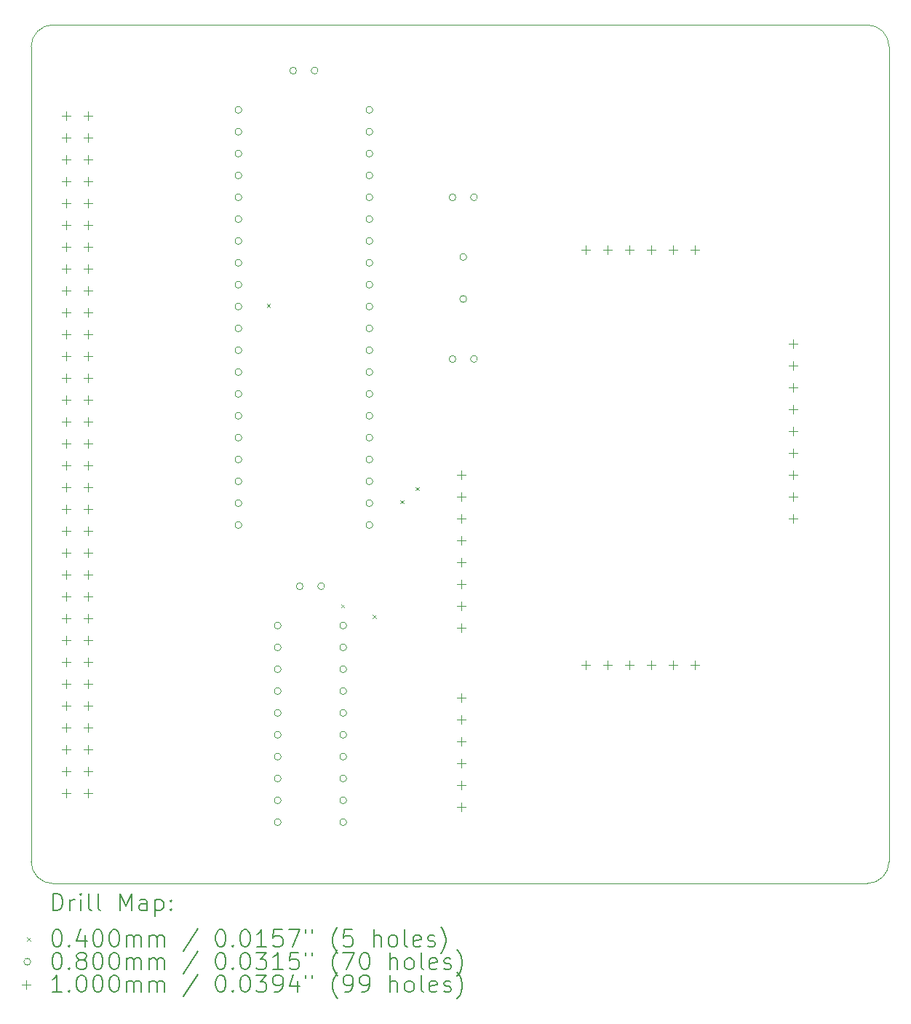
<source format=gbr>
%TF.GenerationSoftware,KiCad,Pcbnew,(6.0.9)*%
%TF.CreationDate,2022-11-21T21:05:13-08:00*%
%TF.ProjectId,IO Board,494f2042-6f61-4726-942e-6b696361645f,rev?*%
%TF.SameCoordinates,Original*%
%TF.FileFunction,Drillmap*%
%TF.FilePolarity,Positive*%
%FSLAX45Y45*%
G04 Gerber Fmt 4.5, Leading zero omitted, Abs format (unit mm)*
G04 Created by KiCad (PCBNEW (6.0.9)) date 2022-11-21 21:05:13*
%MOMM*%
%LPD*%
G01*
G04 APERTURE LIST*
%ADD10C,0.100000*%
%ADD11C,0.200000*%
%ADD12C,0.040000*%
%ADD13C,0.080000*%
G04 APERTURE END LIST*
D10*
X17959605Y-4523005D02*
X8485405Y-4523005D01*
X17959605Y-14505205D02*
G75*
G03*
X18213605Y-14251205I5J253995D01*
G01*
X18213615Y-4777005D02*
G75*
G03*
X17959605Y-4523005I-254005J-5D01*
G01*
X8485405Y-14505205D02*
X17959605Y-14505205D01*
X8231405Y-4777005D02*
X8231405Y-14251205D01*
X8485405Y-4523005D02*
G75*
G03*
X8231405Y-4777005I0J-254000D01*
G01*
X8231415Y-14251205D02*
G75*
G03*
X8485405Y-14505205I253995J-5D01*
G01*
X18213605Y-14251205D02*
X18213605Y-4777005D01*
D11*
D12*
X10972220Y-7763100D02*
X11012220Y-7803100D01*
X11012220Y-7763100D02*
X10972220Y-7803100D01*
X11837270Y-11258900D02*
X11877270Y-11298900D01*
X11877270Y-11258900D02*
X11837270Y-11298900D01*
X12204260Y-11380610D02*
X12244260Y-11420610D01*
X12244260Y-11380610D02*
X12204260Y-11420610D01*
X12525820Y-10048110D02*
X12565820Y-10088110D01*
X12565820Y-10048110D02*
X12525820Y-10088110D01*
X12702600Y-9894720D02*
X12742600Y-9934720D01*
X12742600Y-9894720D02*
X12702600Y-9934720D01*
D13*
X10682600Y-5511800D02*
G75*
G03*
X10682600Y-5511800I-40000J0D01*
G01*
X10682600Y-5765800D02*
G75*
G03*
X10682600Y-5765800I-40000J0D01*
G01*
X10682600Y-6019800D02*
G75*
G03*
X10682600Y-6019800I-40000J0D01*
G01*
X10682600Y-6273800D02*
G75*
G03*
X10682600Y-6273800I-40000J0D01*
G01*
X10682600Y-6527800D02*
G75*
G03*
X10682600Y-6527800I-40000J0D01*
G01*
X10682600Y-6781800D02*
G75*
G03*
X10682600Y-6781800I-40000J0D01*
G01*
X10682600Y-7035800D02*
G75*
G03*
X10682600Y-7035800I-40000J0D01*
G01*
X10682600Y-7289800D02*
G75*
G03*
X10682600Y-7289800I-40000J0D01*
G01*
X10682600Y-7543800D02*
G75*
G03*
X10682600Y-7543800I-40000J0D01*
G01*
X10682600Y-7797800D02*
G75*
G03*
X10682600Y-7797800I-40000J0D01*
G01*
X10682600Y-8051800D02*
G75*
G03*
X10682600Y-8051800I-40000J0D01*
G01*
X10682600Y-8305800D02*
G75*
G03*
X10682600Y-8305800I-40000J0D01*
G01*
X10682600Y-8559800D02*
G75*
G03*
X10682600Y-8559800I-40000J0D01*
G01*
X10682600Y-8813800D02*
G75*
G03*
X10682600Y-8813800I-40000J0D01*
G01*
X10682600Y-9067800D02*
G75*
G03*
X10682600Y-9067800I-40000J0D01*
G01*
X10682600Y-9321800D02*
G75*
G03*
X10682600Y-9321800I-40000J0D01*
G01*
X10682600Y-9575800D02*
G75*
G03*
X10682600Y-9575800I-40000J0D01*
G01*
X10682600Y-9829800D02*
G75*
G03*
X10682600Y-9829800I-40000J0D01*
G01*
X10682600Y-10083800D02*
G75*
G03*
X10682600Y-10083800I-40000J0D01*
G01*
X10682600Y-10337800D02*
G75*
G03*
X10682600Y-10337800I-40000J0D01*
G01*
X11139800Y-11506200D02*
G75*
G03*
X11139800Y-11506200I-40000J0D01*
G01*
X11139800Y-11760200D02*
G75*
G03*
X11139800Y-11760200I-40000J0D01*
G01*
X11139800Y-12014200D02*
G75*
G03*
X11139800Y-12014200I-40000J0D01*
G01*
X11139800Y-12268200D02*
G75*
G03*
X11139800Y-12268200I-40000J0D01*
G01*
X11139800Y-12522200D02*
G75*
G03*
X11139800Y-12522200I-40000J0D01*
G01*
X11139800Y-12776200D02*
G75*
G03*
X11139800Y-12776200I-40000J0D01*
G01*
X11139800Y-13030200D02*
G75*
G03*
X11139800Y-13030200I-40000J0D01*
G01*
X11139800Y-13284200D02*
G75*
G03*
X11139800Y-13284200I-40000J0D01*
G01*
X11139800Y-13538200D02*
G75*
G03*
X11139800Y-13538200I-40000J0D01*
G01*
X11139800Y-13792200D02*
G75*
G03*
X11139800Y-13792200I-40000J0D01*
G01*
X11319600Y-5054600D02*
G75*
G03*
X11319600Y-5054600I-40000J0D01*
G01*
X11395800Y-11049000D02*
G75*
G03*
X11395800Y-11049000I-40000J0D01*
G01*
X11569600Y-5054600D02*
G75*
G03*
X11569600Y-5054600I-40000J0D01*
G01*
X11645800Y-11049000D02*
G75*
G03*
X11645800Y-11049000I-40000J0D01*
G01*
X11901800Y-11506200D02*
G75*
G03*
X11901800Y-11506200I-40000J0D01*
G01*
X11901800Y-11760200D02*
G75*
G03*
X11901800Y-11760200I-40000J0D01*
G01*
X11901800Y-12014200D02*
G75*
G03*
X11901800Y-12014200I-40000J0D01*
G01*
X11901800Y-12268200D02*
G75*
G03*
X11901800Y-12268200I-40000J0D01*
G01*
X11901800Y-12522200D02*
G75*
G03*
X11901800Y-12522200I-40000J0D01*
G01*
X11901800Y-12776200D02*
G75*
G03*
X11901800Y-12776200I-40000J0D01*
G01*
X11901800Y-13030200D02*
G75*
G03*
X11901800Y-13030200I-40000J0D01*
G01*
X11901800Y-13284200D02*
G75*
G03*
X11901800Y-13284200I-40000J0D01*
G01*
X11901800Y-13538200D02*
G75*
G03*
X11901800Y-13538200I-40000J0D01*
G01*
X11901800Y-13792200D02*
G75*
G03*
X11901800Y-13792200I-40000J0D01*
G01*
X12206600Y-5511800D02*
G75*
G03*
X12206600Y-5511800I-40000J0D01*
G01*
X12206600Y-5765800D02*
G75*
G03*
X12206600Y-5765800I-40000J0D01*
G01*
X12206600Y-6019800D02*
G75*
G03*
X12206600Y-6019800I-40000J0D01*
G01*
X12206600Y-6273800D02*
G75*
G03*
X12206600Y-6273800I-40000J0D01*
G01*
X12206600Y-6527800D02*
G75*
G03*
X12206600Y-6527800I-40000J0D01*
G01*
X12206600Y-6781800D02*
G75*
G03*
X12206600Y-6781800I-40000J0D01*
G01*
X12206600Y-7035800D02*
G75*
G03*
X12206600Y-7035800I-40000J0D01*
G01*
X12206600Y-7289800D02*
G75*
G03*
X12206600Y-7289800I-40000J0D01*
G01*
X12206600Y-7543800D02*
G75*
G03*
X12206600Y-7543800I-40000J0D01*
G01*
X12206600Y-7797800D02*
G75*
G03*
X12206600Y-7797800I-40000J0D01*
G01*
X12206600Y-8051800D02*
G75*
G03*
X12206600Y-8051800I-40000J0D01*
G01*
X12206600Y-8305800D02*
G75*
G03*
X12206600Y-8305800I-40000J0D01*
G01*
X12206600Y-8559800D02*
G75*
G03*
X12206600Y-8559800I-40000J0D01*
G01*
X12206600Y-8813800D02*
G75*
G03*
X12206600Y-8813800I-40000J0D01*
G01*
X12206600Y-9067800D02*
G75*
G03*
X12206600Y-9067800I-40000J0D01*
G01*
X12206600Y-9321800D02*
G75*
G03*
X12206600Y-9321800I-40000J0D01*
G01*
X12206600Y-9575800D02*
G75*
G03*
X12206600Y-9575800I-40000J0D01*
G01*
X12206600Y-9829800D02*
G75*
G03*
X12206600Y-9829800I-40000J0D01*
G01*
X12206600Y-10083800D02*
G75*
G03*
X12206600Y-10083800I-40000J0D01*
G01*
X12206600Y-10337800D02*
G75*
G03*
X12206600Y-10337800I-40000J0D01*
G01*
X13173800Y-6527800D02*
G75*
G03*
X13173800Y-6527800I-40000J0D01*
G01*
X13173800Y-8407400D02*
G75*
G03*
X13173800Y-8407400I-40000J0D01*
G01*
X13298800Y-7222600D02*
G75*
G03*
X13298800Y-7222600I-40000J0D01*
G01*
X13298800Y-7710600D02*
G75*
G03*
X13298800Y-7710600I-40000J0D01*
G01*
X13423800Y-6527800D02*
G75*
G03*
X13423800Y-6527800I-40000J0D01*
G01*
X13423800Y-8407400D02*
G75*
G03*
X13423800Y-8407400I-40000J0D01*
G01*
D10*
X8641410Y-5527610D02*
X8641410Y-5627610D01*
X8591410Y-5577610D02*
X8691410Y-5577610D01*
X8641410Y-5781610D02*
X8641410Y-5881610D01*
X8591410Y-5831610D02*
X8691410Y-5831610D01*
X8641410Y-6035610D02*
X8641410Y-6135610D01*
X8591410Y-6085610D02*
X8691410Y-6085610D01*
X8641410Y-6289610D02*
X8641410Y-6389610D01*
X8591410Y-6339610D02*
X8691410Y-6339610D01*
X8641410Y-6543610D02*
X8641410Y-6643610D01*
X8591410Y-6593610D02*
X8691410Y-6593610D01*
X8641410Y-6797610D02*
X8641410Y-6897610D01*
X8591410Y-6847610D02*
X8691410Y-6847610D01*
X8641410Y-7051610D02*
X8641410Y-7151610D01*
X8591410Y-7101610D02*
X8691410Y-7101610D01*
X8641410Y-7305610D02*
X8641410Y-7405610D01*
X8591410Y-7355610D02*
X8691410Y-7355610D01*
X8641410Y-7559610D02*
X8641410Y-7659610D01*
X8591410Y-7609610D02*
X8691410Y-7609610D01*
X8641410Y-7813610D02*
X8641410Y-7913610D01*
X8591410Y-7863610D02*
X8691410Y-7863610D01*
X8641410Y-8067610D02*
X8641410Y-8167610D01*
X8591410Y-8117610D02*
X8691410Y-8117610D01*
X8641410Y-8321610D02*
X8641410Y-8421610D01*
X8591410Y-8371610D02*
X8691410Y-8371610D01*
X8641410Y-8575610D02*
X8641410Y-8675610D01*
X8591410Y-8625610D02*
X8691410Y-8625610D01*
X8641410Y-8829610D02*
X8641410Y-8929610D01*
X8591410Y-8879610D02*
X8691410Y-8879610D01*
X8641410Y-9083610D02*
X8641410Y-9183610D01*
X8591410Y-9133610D02*
X8691410Y-9133610D01*
X8641410Y-9337610D02*
X8641410Y-9437610D01*
X8591410Y-9387610D02*
X8691410Y-9387610D01*
X8641410Y-9591610D02*
X8641410Y-9691610D01*
X8591410Y-9641610D02*
X8691410Y-9641610D01*
X8641410Y-9845610D02*
X8641410Y-9945610D01*
X8591410Y-9895610D02*
X8691410Y-9895610D01*
X8641410Y-10099610D02*
X8641410Y-10199610D01*
X8591410Y-10149610D02*
X8691410Y-10149610D01*
X8641410Y-10353610D02*
X8641410Y-10453610D01*
X8591410Y-10403610D02*
X8691410Y-10403610D01*
X8641410Y-10607610D02*
X8641410Y-10707610D01*
X8591410Y-10657610D02*
X8691410Y-10657610D01*
X8641410Y-10861610D02*
X8641410Y-10961610D01*
X8591410Y-10911610D02*
X8691410Y-10911610D01*
X8641410Y-11115610D02*
X8641410Y-11215610D01*
X8591410Y-11165610D02*
X8691410Y-11165610D01*
X8641410Y-11369610D02*
X8641410Y-11469610D01*
X8591410Y-11419610D02*
X8691410Y-11419610D01*
X8641410Y-11623610D02*
X8641410Y-11723610D01*
X8591410Y-11673610D02*
X8691410Y-11673610D01*
X8641410Y-11877610D02*
X8641410Y-11977610D01*
X8591410Y-11927610D02*
X8691410Y-11927610D01*
X8641410Y-12131610D02*
X8641410Y-12231610D01*
X8591410Y-12181610D02*
X8691410Y-12181610D01*
X8641410Y-12385610D02*
X8641410Y-12485610D01*
X8591410Y-12435610D02*
X8691410Y-12435610D01*
X8641410Y-12639610D02*
X8641410Y-12739610D01*
X8591410Y-12689610D02*
X8691410Y-12689610D01*
X8641410Y-12893610D02*
X8641410Y-12993610D01*
X8591410Y-12943610D02*
X8691410Y-12943610D01*
X8641410Y-13147610D02*
X8641410Y-13247610D01*
X8591410Y-13197610D02*
X8691410Y-13197610D01*
X8641410Y-13401610D02*
X8641410Y-13501610D01*
X8591410Y-13451610D02*
X8691410Y-13451610D01*
X8895410Y-5527610D02*
X8895410Y-5627610D01*
X8845410Y-5577610D02*
X8945410Y-5577610D01*
X8895410Y-5781610D02*
X8895410Y-5881610D01*
X8845410Y-5831610D02*
X8945410Y-5831610D01*
X8895410Y-6035610D02*
X8895410Y-6135610D01*
X8845410Y-6085610D02*
X8945410Y-6085610D01*
X8895410Y-6289610D02*
X8895410Y-6389610D01*
X8845410Y-6339610D02*
X8945410Y-6339610D01*
X8895410Y-6543610D02*
X8895410Y-6643610D01*
X8845410Y-6593610D02*
X8945410Y-6593610D01*
X8895410Y-6797610D02*
X8895410Y-6897610D01*
X8845410Y-6847610D02*
X8945410Y-6847610D01*
X8895410Y-7051610D02*
X8895410Y-7151610D01*
X8845410Y-7101610D02*
X8945410Y-7101610D01*
X8895410Y-7305610D02*
X8895410Y-7405610D01*
X8845410Y-7355610D02*
X8945410Y-7355610D01*
X8895410Y-7559610D02*
X8895410Y-7659610D01*
X8845410Y-7609610D02*
X8945410Y-7609610D01*
X8895410Y-7813610D02*
X8895410Y-7913610D01*
X8845410Y-7863610D02*
X8945410Y-7863610D01*
X8895410Y-8067610D02*
X8895410Y-8167610D01*
X8845410Y-8117610D02*
X8945410Y-8117610D01*
X8895410Y-8321610D02*
X8895410Y-8421610D01*
X8845410Y-8371610D02*
X8945410Y-8371610D01*
X8895410Y-8575610D02*
X8895410Y-8675610D01*
X8845410Y-8625610D02*
X8945410Y-8625610D01*
X8895410Y-8829610D02*
X8895410Y-8929610D01*
X8845410Y-8879610D02*
X8945410Y-8879610D01*
X8895410Y-9083610D02*
X8895410Y-9183610D01*
X8845410Y-9133610D02*
X8945410Y-9133610D01*
X8895410Y-9337610D02*
X8895410Y-9437610D01*
X8845410Y-9387610D02*
X8945410Y-9387610D01*
X8895410Y-9591610D02*
X8895410Y-9691610D01*
X8845410Y-9641610D02*
X8945410Y-9641610D01*
X8895410Y-9845610D02*
X8895410Y-9945610D01*
X8845410Y-9895610D02*
X8945410Y-9895610D01*
X8895410Y-10099610D02*
X8895410Y-10199610D01*
X8845410Y-10149610D02*
X8945410Y-10149610D01*
X8895410Y-10353610D02*
X8895410Y-10453610D01*
X8845410Y-10403610D02*
X8945410Y-10403610D01*
X8895410Y-10607610D02*
X8895410Y-10707610D01*
X8845410Y-10657610D02*
X8945410Y-10657610D01*
X8895410Y-10861610D02*
X8895410Y-10961610D01*
X8845410Y-10911610D02*
X8945410Y-10911610D01*
X8895410Y-11115610D02*
X8895410Y-11215610D01*
X8845410Y-11165610D02*
X8945410Y-11165610D01*
X8895410Y-11369610D02*
X8895410Y-11469610D01*
X8845410Y-11419610D02*
X8945410Y-11419610D01*
X8895410Y-11623610D02*
X8895410Y-11723610D01*
X8845410Y-11673610D02*
X8945410Y-11673610D01*
X8895410Y-11877610D02*
X8895410Y-11977610D01*
X8845410Y-11927610D02*
X8945410Y-11927610D01*
X8895410Y-12131610D02*
X8895410Y-12231610D01*
X8845410Y-12181610D02*
X8945410Y-12181610D01*
X8895410Y-12385610D02*
X8895410Y-12485610D01*
X8845410Y-12435610D02*
X8945410Y-12435610D01*
X8895410Y-12639610D02*
X8895410Y-12739610D01*
X8845410Y-12689610D02*
X8945410Y-12689610D01*
X8895410Y-12893610D02*
X8895410Y-12993610D01*
X8845410Y-12943610D02*
X8945410Y-12943610D01*
X8895410Y-13147610D02*
X8895410Y-13247610D01*
X8845410Y-13197610D02*
X8945410Y-13197610D01*
X8895410Y-13401610D02*
X8895410Y-13501610D01*
X8845410Y-13451610D02*
X8945410Y-13451610D01*
X13233400Y-9703600D02*
X13233400Y-9803600D01*
X13183400Y-9753600D02*
X13283400Y-9753600D01*
X13233400Y-9957600D02*
X13233400Y-10057600D01*
X13183400Y-10007600D02*
X13283400Y-10007600D01*
X13233400Y-10211600D02*
X13233400Y-10311600D01*
X13183400Y-10261600D02*
X13283400Y-10261600D01*
X13233400Y-10465600D02*
X13233400Y-10565600D01*
X13183400Y-10515600D02*
X13283400Y-10515600D01*
X13233400Y-10719600D02*
X13233400Y-10819600D01*
X13183400Y-10769600D02*
X13283400Y-10769600D01*
X13233400Y-10973600D02*
X13233400Y-11073600D01*
X13183400Y-11023600D02*
X13283400Y-11023600D01*
X13233400Y-11227600D02*
X13233400Y-11327600D01*
X13183400Y-11277600D02*
X13283400Y-11277600D01*
X13233400Y-11481600D02*
X13233400Y-11581600D01*
X13183400Y-11531600D02*
X13283400Y-11531600D01*
X13233400Y-12292900D02*
X13233400Y-12392900D01*
X13183400Y-12342900D02*
X13283400Y-12342900D01*
X13233400Y-12546900D02*
X13233400Y-12646900D01*
X13183400Y-12596900D02*
X13283400Y-12596900D01*
X13233400Y-12800900D02*
X13233400Y-12900900D01*
X13183400Y-12850900D02*
X13283400Y-12850900D01*
X13233400Y-13054900D02*
X13233400Y-13154900D01*
X13183400Y-13104900D02*
X13283400Y-13104900D01*
X13233400Y-13308900D02*
X13233400Y-13408900D01*
X13183400Y-13358900D02*
X13283400Y-13358900D01*
X13233400Y-13562900D02*
X13233400Y-13662900D01*
X13183400Y-13612900D02*
X13283400Y-13612900D01*
X14681200Y-7087400D02*
X14681200Y-7187400D01*
X14631200Y-7137400D02*
X14731200Y-7137400D01*
X14681200Y-11913400D02*
X14681200Y-12013400D01*
X14631200Y-11963400D02*
X14731200Y-11963400D01*
X14935200Y-7087400D02*
X14935200Y-7187400D01*
X14885200Y-7137400D02*
X14985200Y-7137400D01*
X14935200Y-11913400D02*
X14935200Y-12013400D01*
X14885200Y-11963400D02*
X14985200Y-11963400D01*
X15189200Y-7087400D02*
X15189200Y-7187400D01*
X15139200Y-7137400D02*
X15239200Y-7137400D01*
X15189200Y-11913400D02*
X15189200Y-12013400D01*
X15139200Y-11963400D02*
X15239200Y-11963400D01*
X15443200Y-7087400D02*
X15443200Y-7187400D01*
X15393200Y-7137400D02*
X15493200Y-7137400D01*
X15443200Y-11913400D02*
X15443200Y-12013400D01*
X15393200Y-11963400D02*
X15493200Y-11963400D01*
X15697200Y-7087400D02*
X15697200Y-7187400D01*
X15647200Y-7137400D02*
X15747200Y-7137400D01*
X15697200Y-11913400D02*
X15697200Y-12013400D01*
X15647200Y-11963400D02*
X15747200Y-11963400D01*
X15951200Y-7087400D02*
X15951200Y-7187400D01*
X15901200Y-7137400D02*
X16001200Y-7137400D01*
X15951200Y-11913400D02*
X15951200Y-12013400D01*
X15901200Y-11963400D02*
X16001200Y-11963400D01*
X17094200Y-8180600D02*
X17094200Y-8280600D01*
X17044200Y-8230600D02*
X17144200Y-8230600D01*
X17094200Y-8434600D02*
X17094200Y-8534600D01*
X17044200Y-8484600D02*
X17144200Y-8484600D01*
X17094200Y-8688600D02*
X17094200Y-8788600D01*
X17044200Y-8738600D02*
X17144200Y-8738600D01*
X17094200Y-8942600D02*
X17094200Y-9042600D01*
X17044200Y-8992600D02*
X17144200Y-8992600D01*
X17094200Y-9196600D02*
X17094200Y-9296600D01*
X17044200Y-9246600D02*
X17144200Y-9246600D01*
X17094200Y-9450600D02*
X17094200Y-9550600D01*
X17044200Y-9500600D02*
X17144200Y-9500600D01*
X17094200Y-9704600D02*
X17094200Y-9804600D01*
X17044200Y-9754600D02*
X17144200Y-9754600D01*
X17094200Y-9958600D02*
X17094200Y-10058600D01*
X17044200Y-10008600D02*
X17144200Y-10008600D01*
X17094200Y-10212600D02*
X17094200Y-10312600D01*
X17044200Y-10262600D02*
X17144200Y-10262600D01*
D11*
X8484024Y-14820681D02*
X8484024Y-14620681D01*
X8531643Y-14620681D01*
X8560215Y-14630205D01*
X8579262Y-14649253D01*
X8588786Y-14668300D01*
X8598310Y-14706395D01*
X8598310Y-14734967D01*
X8588786Y-14773062D01*
X8579262Y-14792110D01*
X8560215Y-14811157D01*
X8531643Y-14820681D01*
X8484024Y-14820681D01*
X8684024Y-14820681D02*
X8684024Y-14687348D01*
X8684024Y-14725443D02*
X8693548Y-14706395D01*
X8703072Y-14696872D01*
X8722119Y-14687348D01*
X8741167Y-14687348D01*
X8807834Y-14820681D02*
X8807834Y-14687348D01*
X8807834Y-14620681D02*
X8798310Y-14630205D01*
X8807834Y-14639729D01*
X8817357Y-14630205D01*
X8807834Y-14620681D01*
X8807834Y-14639729D01*
X8931643Y-14820681D02*
X8912596Y-14811157D01*
X8903072Y-14792110D01*
X8903072Y-14620681D01*
X9036405Y-14820681D02*
X9017357Y-14811157D01*
X9007834Y-14792110D01*
X9007834Y-14620681D01*
X9264977Y-14820681D02*
X9264977Y-14620681D01*
X9331643Y-14763538D01*
X9398310Y-14620681D01*
X9398310Y-14820681D01*
X9579262Y-14820681D02*
X9579262Y-14715919D01*
X9569738Y-14696872D01*
X9550691Y-14687348D01*
X9512596Y-14687348D01*
X9493548Y-14696872D01*
X9579262Y-14811157D02*
X9560215Y-14820681D01*
X9512596Y-14820681D01*
X9493548Y-14811157D01*
X9484024Y-14792110D01*
X9484024Y-14773062D01*
X9493548Y-14754015D01*
X9512596Y-14744491D01*
X9560215Y-14744491D01*
X9579262Y-14734967D01*
X9674500Y-14687348D02*
X9674500Y-14887348D01*
X9674500Y-14696872D02*
X9693548Y-14687348D01*
X9731643Y-14687348D01*
X9750691Y-14696872D01*
X9760215Y-14706395D01*
X9769738Y-14725443D01*
X9769738Y-14782586D01*
X9760215Y-14801634D01*
X9750691Y-14811157D01*
X9731643Y-14820681D01*
X9693548Y-14820681D01*
X9674500Y-14811157D01*
X9855453Y-14801634D02*
X9864977Y-14811157D01*
X9855453Y-14820681D01*
X9845929Y-14811157D01*
X9855453Y-14801634D01*
X9855453Y-14820681D01*
X9855453Y-14696872D02*
X9864977Y-14706395D01*
X9855453Y-14715919D01*
X9845929Y-14706395D01*
X9855453Y-14696872D01*
X9855453Y-14715919D01*
D12*
X8186405Y-15130205D02*
X8226405Y-15170205D01*
X8226405Y-15130205D02*
X8186405Y-15170205D01*
D11*
X8522119Y-15040681D02*
X8541167Y-15040681D01*
X8560215Y-15050205D01*
X8569738Y-15059729D01*
X8579262Y-15078776D01*
X8588786Y-15116872D01*
X8588786Y-15164491D01*
X8579262Y-15202586D01*
X8569738Y-15221634D01*
X8560215Y-15231157D01*
X8541167Y-15240681D01*
X8522119Y-15240681D01*
X8503072Y-15231157D01*
X8493548Y-15221634D01*
X8484024Y-15202586D01*
X8474500Y-15164491D01*
X8474500Y-15116872D01*
X8484024Y-15078776D01*
X8493548Y-15059729D01*
X8503072Y-15050205D01*
X8522119Y-15040681D01*
X8674500Y-15221634D02*
X8684024Y-15231157D01*
X8674500Y-15240681D01*
X8664977Y-15231157D01*
X8674500Y-15221634D01*
X8674500Y-15240681D01*
X8855453Y-15107348D02*
X8855453Y-15240681D01*
X8807834Y-15031157D02*
X8760215Y-15174015D01*
X8884024Y-15174015D01*
X8998310Y-15040681D02*
X9017357Y-15040681D01*
X9036405Y-15050205D01*
X9045929Y-15059729D01*
X9055453Y-15078776D01*
X9064977Y-15116872D01*
X9064977Y-15164491D01*
X9055453Y-15202586D01*
X9045929Y-15221634D01*
X9036405Y-15231157D01*
X9017357Y-15240681D01*
X8998310Y-15240681D01*
X8979262Y-15231157D01*
X8969738Y-15221634D01*
X8960215Y-15202586D01*
X8950691Y-15164491D01*
X8950691Y-15116872D01*
X8960215Y-15078776D01*
X8969738Y-15059729D01*
X8979262Y-15050205D01*
X8998310Y-15040681D01*
X9188786Y-15040681D02*
X9207834Y-15040681D01*
X9226881Y-15050205D01*
X9236405Y-15059729D01*
X9245929Y-15078776D01*
X9255453Y-15116872D01*
X9255453Y-15164491D01*
X9245929Y-15202586D01*
X9236405Y-15221634D01*
X9226881Y-15231157D01*
X9207834Y-15240681D01*
X9188786Y-15240681D01*
X9169738Y-15231157D01*
X9160215Y-15221634D01*
X9150691Y-15202586D01*
X9141167Y-15164491D01*
X9141167Y-15116872D01*
X9150691Y-15078776D01*
X9160215Y-15059729D01*
X9169738Y-15050205D01*
X9188786Y-15040681D01*
X9341167Y-15240681D02*
X9341167Y-15107348D01*
X9341167Y-15126395D02*
X9350691Y-15116872D01*
X9369738Y-15107348D01*
X9398310Y-15107348D01*
X9417357Y-15116872D01*
X9426881Y-15135919D01*
X9426881Y-15240681D01*
X9426881Y-15135919D02*
X9436405Y-15116872D01*
X9455453Y-15107348D01*
X9484024Y-15107348D01*
X9503072Y-15116872D01*
X9512596Y-15135919D01*
X9512596Y-15240681D01*
X9607834Y-15240681D02*
X9607834Y-15107348D01*
X9607834Y-15126395D02*
X9617357Y-15116872D01*
X9636405Y-15107348D01*
X9664977Y-15107348D01*
X9684024Y-15116872D01*
X9693548Y-15135919D01*
X9693548Y-15240681D01*
X9693548Y-15135919D02*
X9703072Y-15116872D01*
X9722119Y-15107348D01*
X9750691Y-15107348D01*
X9769738Y-15116872D01*
X9779262Y-15135919D01*
X9779262Y-15240681D01*
X10169738Y-15031157D02*
X9998310Y-15288300D01*
X10426881Y-15040681D02*
X10445929Y-15040681D01*
X10464977Y-15050205D01*
X10474500Y-15059729D01*
X10484024Y-15078776D01*
X10493548Y-15116872D01*
X10493548Y-15164491D01*
X10484024Y-15202586D01*
X10474500Y-15221634D01*
X10464977Y-15231157D01*
X10445929Y-15240681D01*
X10426881Y-15240681D01*
X10407834Y-15231157D01*
X10398310Y-15221634D01*
X10388786Y-15202586D01*
X10379262Y-15164491D01*
X10379262Y-15116872D01*
X10388786Y-15078776D01*
X10398310Y-15059729D01*
X10407834Y-15050205D01*
X10426881Y-15040681D01*
X10579262Y-15221634D02*
X10588786Y-15231157D01*
X10579262Y-15240681D01*
X10569738Y-15231157D01*
X10579262Y-15221634D01*
X10579262Y-15240681D01*
X10712596Y-15040681D02*
X10731643Y-15040681D01*
X10750691Y-15050205D01*
X10760215Y-15059729D01*
X10769738Y-15078776D01*
X10779262Y-15116872D01*
X10779262Y-15164491D01*
X10769738Y-15202586D01*
X10760215Y-15221634D01*
X10750691Y-15231157D01*
X10731643Y-15240681D01*
X10712596Y-15240681D01*
X10693548Y-15231157D01*
X10684024Y-15221634D01*
X10674500Y-15202586D01*
X10664977Y-15164491D01*
X10664977Y-15116872D01*
X10674500Y-15078776D01*
X10684024Y-15059729D01*
X10693548Y-15050205D01*
X10712596Y-15040681D01*
X10969738Y-15240681D02*
X10855453Y-15240681D01*
X10912596Y-15240681D02*
X10912596Y-15040681D01*
X10893548Y-15069253D01*
X10874500Y-15088300D01*
X10855453Y-15097824D01*
X11150691Y-15040681D02*
X11055453Y-15040681D01*
X11045929Y-15135919D01*
X11055453Y-15126395D01*
X11074500Y-15116872D01*
X11122119Y-15116872D01*
X11141167Y-15126395D01*
X11150691Y-15135919D01*
X11160215Y-15154967D01*
X11160215Y-15202586D01*
X11150691Y-15221634D01*
X11141167Y-15231157D01*
X11122119Y-15240681D01*
X11074500Y-15240681D01*
X11055453Y-15231157D01*
X11045929Y-15221634D01*
X11226881Y-15040681D02*
X11360215Y-15040681D01*
X11274500Y-15240681D01*
X11426881Y-15040681D02*
X11426881Y-15078776D01*
X11503072Y-15040681D02*
X11503072Y-15078776D01*
X11798310Y-15316872D02*
X11788786Y-15307348D01*
X11769738Y-15278776D01*
X11760215Y-15259729D01*
X11750691Y-15231157D01*
X11741167Y-15183538D01*
X11741167Y-15145443D01*
X11750691Y-15097824D01*
X11760215Y-15069253D01*
X11769738Y-15050205D01*
X11788786Y-15021634D01*
X11798310Y-15012110D01*
X11969738Y-15040681D02*
X11874500Y-15040681D01*
X11864976Y-15135919D01*
X11874500Y-15126395D01*
X11893548Y-15116872D01*
X11941167Y-15116872D01*
X11960215Y-15126395D01*
X11969738Y-15135919D01*
X11979262Y-15154967D01*
X11979262Y-15202586D01*
X11969738Y-15221634D01*
X11960215Y-15231157D01*
X11941167Y-15240681D01*
X11893548Y-15240681D01*
X11874500Y-15231157D01*
X11864976Y-15221634D01*
X12217357Y-15240681D02*
X12217357Y-15040681D01*
X12303072Y-15240681D02*
X12303072Y-15135919D01*
X12293548Y-15116872D01*
X12274500Y-15107348D01*
X12245929Y-15107348D01*
X12226881Y-15116872D01*
X12217357Y-15126395D01*
X12426881Y-15240681D02*
X12407834Y-15231157D01*
X12398310Y-15221634D01*
X12388786Y-15202586D01*
X12388786Y-15145443D01*
X12398310Y-15126395D01*
X12407834Y-15116872D01*
X12426881Y-15107348D01*
X12455453Y-15107348D01*
X12474500Y-15116872D01*
X12484024Y-15126395D01*
X12493548Y-15145443D01*
X12493548Y-15202586D01*
X12484024Y-15221634D01*
X12474500Y-15231157D01*
X12455453Y-15240681D01*
X12426881Y-15240681D01*
X12607834Y-15240681D02*
X12588786Y-15231157D01*
X12579262Y-15212110D01*
X12579262Y-15040681D01*
X12760215Y-15231157D02*
X12741167Y-15240681D01*
X12703072Y-15240681D01*
X12684024Y-15231157D01*
X12674500Y-15212110D01*
X12674500Y-15135919D01*
X12684024Y-15116872D01*
X12703072Y-15107348D01*
X12741167Y-15107348D01*
X12760215Y-15116872D01*
X12769738Y-15135919D01*
X12769738Y-15154967D01*
X12674500Y-15174015D01*
X12845929Y-15231157D02*
X12864976Y-15240681D01*
X12903072Y-15240681D01*
X12922119Y-15231157D01*
X12931643Y-15212110D01*
X12931643Y-15202586D01*
X12922119Y-15183538D01*
X12903072Y-15174015D01*
X12874500Y-15174015D01*
X12855453Y-15164491D01*
X12845929Y-15145443D01*
X12845929Y-15135919D01*
X12855453Y-15116872D01*
X12874500Y-15107348D01*
X12903072Y-15107348D01*
X12922119Y-15116872D01*
X12998310Y-15316872D02*
X13007834Y-15307348D01*
X13026881Y-15278776D01*
X13036405Y-15259729D01*
X13045929Y-15231157D01*
X13055453Y-15183538D01*
X13055453Y-15145443D01*
X13045929Y-15097824D01*
X13036405Y-15069253D01*
X13026881Y-15050205D01*
X13007834Y-15021634D01*
X12998310Y-15012110D01*
D13*
X8226405Y-15414205D02*
G75*
G03*
X8226405Y-15414205I-40000J0D01*
G01*
D11*
X8522119Y-15304681D02*
X8541167Y-15304681D01*
X8560215Y-15314205D01*
X8569738Y-15323729D01*
X8579262Y-15342776D01*
X8588786Y-15380872D01*
X8588786Y-15428491D01*
X8579262Y-15466586D01*
X8569738Y-15485634D01*
X8560215Y-15495157D01*
X8541167Y-15504681D01*
X8522119Y-15504681D01*
X8503072Y-15495157D01*
X8493548Y-15485634D01*
X8484024Y-15466586D01*
X8474500Y-15428491D01*
X8474500Y-15380872D01*
X8484024Y-15342776D01*
X8493548Y-15323729D01*
X8503072Y-15314205D01*
X8522119Y-15304681D01*
X8674500Y-15485634D02*
X8684024Y-15495157D01*
X8674500Y-15504681D01*
X8664977Y-15495157D01*
X8674500Y-15485634D01*
X8674500Y-15504681D01*
X8798310Y-15390395D02*
X8779262Y-15380872D01*
X8769738Y-15371348D01*
X8760215Y-15352300D01*
X8760215Y-15342776D01*
X8769738Y-15323729D01*
X8779262Y-15314205D01*
X8798310Y-15304681D01*
X8836405Y-15304681D01*
X8855453Y-15314205D01*
X8864977Y-15323729D01*
X8874500Y-15342776D01*
X8874500Y-15352300D01*
X8864977Y-15371348D01*
X8855453Y-15380872D01*
X8836405Y-15390395D01*
X8798310Y-15390395D01*
X8779262Y-15399919D01*
X8769738Y-15409443D01*
X8760215Y-15428491D01*
X8760215Y-15466586D01*
X8769738Y-15485634D01*
X8779262Y-15495157D01*
X8798310Y-15504681D01*
X8836405Y-15504681D01*
X8855453Y-15495157D01*
X8864977Y-15485634D01*
X8874500Y-15466586D01*
X8874500Y-15428491D01*
X8864977Y-15409443D01*
X8855453Y-15399919D01*
X8836405Y-15390395D01*
X8998310Y-15304681D02*
X9017357Y-15304681D01*
X9036405Y-15314205D01*
X9045929Y-15323729D01*
X9055453Y-15342776D01*
X9064977Y-15380872D01*
X9064977Y-15428491D01*
X9055453Y-15466586D01*
X9045929Y-15485634D01*
X9036405Y-15495157D01*
X9017357Y-15504681D01*
X8998310Y-15504681D01*
X8979262Y-15495157D01*
X8969738Y-15485634D01*
X8960215Y-15466586D01*
X8950691Y-15428491D01*
X8950691Y-15380872D01*
X8960215Y-15342776D01*
X8969738Y-15323729D01*
X8979262Y-15314205D01*
X8998310Y-15304681D01*
X9188786Y-15304681D02*
X9207834Y-15304681D01*
X9226881Y-15314205D01*
X9236405Y-15323729D01*
X9245929Y-15342776D01*
X9255453Y-15380872D01*
X9255453Y-15428491D01*
X9245929Y-15466586D01*
X9236405Y-15485634D01*
X9226881Y-15495157D01*
X9207834Y-15504681D01*
X9188786Y-15504681D01*
X9169738Y-15495157D01*
X9160215Y-15485634D01*
X9150691Y-15466586D01*
X9141167Y-15428491D01*
X9141167Y-15380872D01*
X9150691Y-15342776D01*
X9160215Y-15323729D01*
X9169738Y-15314205D01*
X9188786Y-15304681D01*
X9341167Y-15504681D02*
X9341167Y-15371348D01*
X9341167Y-15390395D02*
X9350691Y-15380872D01*
X9369738Y-15371348D01*
X9398310Y-15371348D01*
X9417357Y-15380872D01*
X9426881Y-15399919D01*
X9426881Y-15504681D01*
X9426881Y-15399919D02*
X9436405Y-15380872D01*
X9455453Y-15371348D01*
X9484024Y-15371348D01*
X9503072Y-15380872D01*
X9512596Y-15399919D01*
X9512596Y-15504681D01*
X9607834Y-15504681D02*
X9607834Y-15371348D01*
X9607834Y-15390395D02*
X9617357Y-15380872D01*
X9636405Y-15371348D01*
X9664977Y-15371348D01*
X9684024Y-15380872D01*
X9693548Y-15399919D01*
X9693548Y-15504681D01*
X9693548Y-15399919D02*
X9703072Y-15380872D01*
X9722119Y-15371348D01*
X9750691Y-15371348D01*
X9769738Y-15380872D01*
X9779262Y-15399919D01*
X9779262Y-15504681D01*
X10169738Y-15295157D02*
X9998310Y-15552300D01*
X10426881Y-15304681D02*
X10445929Y-15304681D01*
X10464977Y-15314205D01*
X10474500Y-15323729D01*
X10484024Y-15342776D01*
X10493548Y-15380872D01*
X10493548Y-15428491D01*
X10484024Y-15466586D01*
X10474500Y-15485634D01*
X10464977Y-15495157D01*
X10445929Y-15504681D01*
X10426881Y-15504681D01*
X10407834Y-15495157D01*
X10398310Y-15485634D01*
X10388786Y-15466586D01*
X10379262Y-15428491D01*
X10379262Y-15380872D01*
X10388786Y-15342776D01*
X10398310Y-15323729D01*
X10407834Y-15314205D01*
X10426881Y-15304681D01*
X10579262Y-15485634D02*
X10588786Y-15495157D01*
X10579262Y-15504681D01*
X10569738Y-15495157D01*
X10579262Y-15485634D01*
X10579262Y-15504681D01*
X10712596Y-15304681D02*
X10731643Y-15304681D01*
X10750691Y-15314205D01*
X10760215Y-15323729D01*
X10769738Y-15342776D01*
X10779262Y-15380872D01*
X10779262Y-15428491D01*
X10769738Y-15466586D01*
X10760215Y-15485634D01*
X10750691Y-15495157D01*
X10731643Y-15504681D01*
X10712596Y-15504681D01*
X10693548Y-15495157D01*
X10684024Y-15485634D01*
X10674500Y-15466586D01*
X10664977Y-15428491D01*
X10664977Y-15380872D01*
X10674500Y-15342776D01*
X10684024Y-15323729D01*
X10693548Y-15314205D01*
X10712596Y-15304681D01*
X10845929Y-15304681D02*
X10969738Y-15304681D01*
X10903072Y-15380872D01*
X10931643Y-15380872D01*
X10950691Y-15390395D01*
X10960215Y-15399919D01*
X10969738Y-15418967D01*
X10969738Y-15466586D01*
X10960215Y-15485634D01*
X10950691Y-15495157D01*
X10931643Y-15504681D01*
X10874500Y-15504681D01*
X10855453Y-15495157D01*
X10845929Y-15485634D01*
X11160215Y-15504681D02*
X11045929Y-15504681D01*
X11103072Y-15504681D02*
X11103072Y-15304681D01*
X11084024Y-15333253D01*
X11064977Y-15352300D01*
X11045929Y-15361824D01*
X11341167Y-15304681D02*
X11245929Y-15304681D01*
X11236405Y-15399919D01*
X11245929Y-15390395D01*
X11264976Y-15380872D01*
X11312595Y-15380872D01*
X11331643Y-15390395D01*
X11341167Y-15399919D01*
X11350691Y-15418967D01*
X11350691Y-15466586D01*
X11341167Y-15485634D01*
X11331643Y-15495157D01*
X11312595Y-15504681D01*
X11264976Y-15504681D01*
X11245929Y-15495157D01*
X11236405Y-15485634D01*
X11426881Y-15304681D02*
X11426881Y-15342776D01*
X11503072Y-15304681D02*
X11503072Y-15342776D01*
X11798310Y-15580872D02*
X11788786Y-15571348D01*
X11769738Y-15542776D01*
X11760215Y-15523729D01*
X11750691Y-15495157D01*
X11741167Y-15447538D01*
X11741167Y-15409443D01*
X11750691Y-15361824D01*
X11760215Y-15333253D01*
X11769738Y-15314205D01*
X11788786Y-15285634D01*
X11798310Y-15276110D01*
X11855453Y-15304681D02*
X11988786Y-15304681D01*
X11903072Y-15504681D01*
X12103072Y-15304681D02*
X12122119Y-15304681D01*
X12141167Y-15314205D01*
X12150691Y-15323729D01*
X12160215Y-15342776D01*
X12169738Y-15380872D01*
X12169738Y-15428491D01*
X12160215Y-15466586D01*
X12150691Y-15485634D01*
X12141167Y-15495157D01*
X12122119Y-15504681D01*
X12103072Y-15504681D01*
X12084024Y-15495157D01*
X12074500Y-15485634D01*
X12064976Y-15466586D01*
X12055453Y-15428491D01*
X12055453Y-15380872D01*
X12064976Y-15342776D01*
X12074500Y-15323729D01*
X12084024Y-15314205D01*
X12103072Y-15304681D01*
X12407834Y-15504681D02*
X12407834Y-15304681D01*
X12493548Y-15504681D02*
X12493548Y-15399919D01*
X12484024Y-15380872D01*
X12464976Y-15371348D01*
X12436405Y-15371348D01*
X12417357Y-15380872D01*
X12407834Y-15390395D01*
X12617357Y-15504681D02*
X12598310Y-15495157D01*
X12588786Y-15485634D01*
X12579262Y-15466586D01*
X12579262Y-15409443D01*
X12588786Y-15390395D01*
X12598310Y-15380872D01*
X12617357Y-15371348D01*
X12645929Y-15371348D01*
X12664976Y-15380872D01*
X12674500Y-15390395D01*
X12684024Y-15409443D01*
X12684024Y-15466586D01*
X12674500Y-15485634D01*
X12664976Y-15495157D01*
X12645929Y-15504681D01*
X12617357Y-15504681D01*
X12798310Y-15504681D02*
X12779262Y-15495157D01*
X12769738Y-15476110D01*
X12769738Y-15304681D01*
X12950691Y-15495157D02*
X12931643Y-15504681D01*
X12893548Y-15504681D01*
X12874500Y-15495157D01*
X12864976Y-15476110D01*
X12864976Y-15399919D01*
X12874500Y-15380872D01*
X12893548Y-15371348D01*
X12931643Y-15371348D01*
X12950691Y-15380872D01*
X12960215Y-15399919D01*
X12960215Y-15418967D01*
X12864976Y-15438015D01*
X13036405Y-15495157D02*
X13055453Y-15504681D01*
X13093548Y-15504681D01*
X13112595Y-15495157D01*
X13122119Y-15476110D01*
X13122119Y-15466586D01*
X13112595Y-15447538D01*
X13093548Y-15438015D01*
X13064976Y-15438015D01*
X13045929Y-15428491D01*
X13036405Y-15409443D01*
X13036405Y-15399919D01*
X13045929Y-15380872D01*
X13064976Y-15371348D01*
X13093548Y-15371348D01*
X13112595Y-15380872D01*
X13188786Y-15580872D02*
X13198310Y-15571348D01*
X13217357Y-15542776D01*
X13226881Y-15523729D01*
X13236405Y-15495157D01*
X13245929Y-15447538D01*
X13245929Y-15409443D01*
X13236405Y-15361824D01*
X13226881Y-15333253D01*
X13217357Y-15314205D01*
X13198310Y-15285634D01*
X13188786Y-15276110D01*
D10*
X8176405Y-15628205D02*
X8176405Y-15728205D01*
X8126405Y-15678205D02*
X8226405Y-15678205D01*
D11*
X8588786Y-15768681D02*
X8474500Y-15768681D01*
X8531643Y-15768681D02*
X8531643Y-15568681D01*
X8512596Y-15597253D01*
X8493548Y-15616300D01*
X8474500Y-15625824D01*
X8674500Y-15749634D02*
X8684024Y-15759157D01*
X8674500Y-15768681D01*
X8664977Y-15759157D01*
X8674500Y-15749634D01*
X8674500Y-15768681D01*
X8807834Y-15568681D02*
X8826881Y-15568681D01*
X8845929Y-15578205D01*
X8855453Y-15587729D01*
X8864977Y-15606776D01*
X8874500Y-15644872D01*
X8874500Y-15692491D01*
X8864977Y-15730586D01*
X8855453Y-15749634D01*
X8845929Y-15759157D01*
X8826881Y-15768681D01*
X8807834Y-15768681D01*
X8788786Y-15759157D01*
X8779262Y-15749634D01*
X8769738Y-15730586D01*
X8760215Y-15692491D01*
X8760215Y-15644872D01*
X8769738Y-15606776D01*
X8779262Y-15587729D01*
X8788786Y-15578205D01*
X8807834Y-15568681D01*
X8998310Y-15568681D02*
X9017357Y-15568681D01*
X9036405Y-15578205D01*
X9045929Y-15587729D01*
X9055453Y-15606776D01*
X9064977Y-15644872D01*
X9064977Y-15692491D01*
X9055453Y-15730586D01*
X9045929Y-15749634D01*
X9036405Y-15759157D01*
X9017357Y-15768681D01*
X8998310Y-15768681D01*
X8979262Y-15759157D01*
X8969738Y-15749634D01*
X8960215Y-15730586D01*
X8950691Y-15692491D01*
X8950691Y-15644872D01*
X8960215Y-15606776D01*
X8969738Y-15587729D01*
X8979262Y-15578205D01*
X8998310Y-15568681D01*
X9188786Y-15568681D02*
X9207834Y-15568681D01*
X9226881Y-15578205D01*
X9236405Y-15587729D01*
X9245929Y-15606776D01*
X9255453Y-15644872D01*
X9255453Y-15692491D01*
X9245929Y-15730586D01*
X9236405Y-15749634D01*
X9226881Y-15759157D01*
X9207834Y-15768681D01*
X9188786Y-15768681D01*
X9169738Y-15759157D01*
X9160215Y-15749634D01*
X9150691Y-15730586D01*
X9141167Y-15692491D01*
X9141167Y-15644872D01*
X9150691Y-15606776D01*
X9160215Y-15587729D01*
X9169738Y-15578205D01*
X9188786Y-15568681D01*
X9341167Y-15768681D02*
X9341167Y-15635348D01*
X9341167Y-15654395D02*
X9350691Y-15644872D01*
X9369738Y-15635348D01*
X9398310Y-15635348D01*
X9417357Y-15644872D01*
X9426881Y-15663919D01*
X9426881Y-15768681D01*
X9426881Y-15663919D02*
X9436405Y-15644872D01*
X9455453Y-15635348D01*
X9484024Y-15635348D01*
X9503072Y-15644872D01*
X9512596Y-15663919D01*
X9512596Y-15768681D01*
X9607834Y-15768681D02*
X9607834Y-15635348D01*
X9607834Y-15654395D02*
X9617357Y-15644872D01*
X9636405Y-15635348D01*
X9664977Y-15635348D01*
X9684024Y-15644872D01*
X9693548Y-15663919D01*
X9693548Y-15768681D01*
X9693548Y-15663919D02*
X9703072Y-15644872D01*
X9722119Y-15635348D01*
X9750691Y-15635348D01*
X9769738Y-15644872D01*
X9779262Y-15663919D01*
X9779262Y-15768681D01*
X10169738Y-15559157D02*
X9998310Y-15816300D01*
X10426881Y-15568681D02*
X10445929Y-15568681D01*
X10464977Y-15578205D01*
X10474500Y-15587729D01*
X10484024Y-15606776D01*
X10493548Y-15644872D01*
X10493548Y-15692491D01*
X10484024Y-15730586D01*
X10474500Y-15749634D01*
X10464977Y-15759157D01*
X10445929Y-15768681D01*
X10426881Y-15768681D01*
X10407834Y-15759157D01*
X10398310Y-15749634D01*
X10388786Y-15730586D01*
X10379262Y-15692491D01*
X10379262Y-15644872D01*
X10388786Y-15606776D01*
X10398310Y-15587729D01*
X10407834Y-15578205D01*
X10426881Y-15568681D01*
X10579262Y-15749634D02*
X10588786Y-15759157D01*
X10579262Y-15768681D01*
X10569738Y-15759157D01*
X10579262Y-15749634D01*
X10579262Y-15768681D01*
X10712596Y-15568681D02*
X10731643Y-15568681D01*
X10750691Y-15578205D01*
X10760215Y-15587729D01*
X10769738Y-15606776D01*
X10779262Y-15644872D01*
X10779262Y-15692491D01*
X10769738Y-15730586D01*
X10760215Y-15749634D01*
X10750691Y-15759157D01*
X10731643Y-15768681D01*
X10712596Y-15768681D01*
X10693548Y-15759157D01*
X10684024Y-15749634D01*
X10674500Y-15730586D01*
X10664977Y-15692491D01*
X10664977Y-15644872D01*
X10674500Y-15606776D01*
X10684024Y-15587729D01*
X10693548Y-15578205D01*
X10712596Y-15568681D01*
X10845929Y-15568681D02*
X10969738Y-15568681D01*
X10903072Y-15644872D01*
X10931643Y-15644872D01*
X10950691Y-15654395D01*
X10960215Y-15663919D01*
X10969738Y-15682967D01*
X10969738Y-15730586D01*
X10960215Y-15749634D01*
X10950691Y-15759157D01*
X10931643Y-15768681D01*
X10874500Y-15768681D01*
X10855453Y-15759157D01*
X10845929Y-15749634D01*
X11064977Y-15768681D02*
X11103072Y-15768681D01*
X11122119Y-15759157D01*
X11131643Y-15749634D01*
X11150691Y-15721062D01*
X11160215Y-15682967D01*
X11160215Y-15606776D01*
X11150691Y-15587729D01*
X11141167Y-15578205D01*
X11122119Y-15568681D01*
X11084024Y-15568681D01*
X11064977Y-15578205D01*
X11055453Y-15587729D01*
X11045929Y-15606776D01*
X11045929Y-15654395D01*
X11055453Y-15673443D01*
X11064977Y-15682967D01*
X11084024Y-15692491D01*
X11122119Y-15692491D01*
X11141167Y-15682967D01*
X11150691Y-15673443D01*
X11160215Y-15654395D01*
X11331643Y-15635348D02*
X11331643Y-15768681D01*
X11284024Y-15559157D02*
X11236405Y-15702015D01*
X11360215Y-15702015D01*
X11426881Y-15568681D02*
X11426881Y-15606776D01*
X11503072Y-15568681D02*
X11503072Y-15606776D01*
X11798310Y-15844872D02*
X11788786Y-15835348D01*
X11769738Y-15806776D01*
X11760215Y-15787729D01*
X11750691Y-15759157D01*
X11741167Y-15711538D01*
X11741167Y-15673443D01*
X11750691Y-15625824D01*
X11760215Y-15597253D01*
X11769738Y-15578205D01*
X11788786Y-15549634D01*
X11798310Y-15540110D01*
X11884024Y-15768681D02*
X11922119Y-15768681D01*
X11941167Y-15759157D01*
X11950691Y-15749634D01*
X11969738Y-15721062D01*
X11979262Y-15682967D01*
X11979262Y-15606776D01*
X11969738Y-15587729D01*
X11960215Y-15578205D01*
X11941167Y-15568681D01*
X11903072Y-15568681D01*
X11884024Y-15578205D01*
X11874500Y-15587729D01*
X11864976Y-15606776D01*
X11864976Y-15654395D01*
X11874500Y-15673443D01*
X11884024Y-15682967D01*
X11903072Y-15692491D01*
X11941167Y-15692491D01*
X11960215Y-15682967D01*
X11969738Y-15673443D01*
X11979262Y-15654395D01*
X12074500Y-15768681D02*
X12112595Y-15768681D01*
X12131643Y-15759157D01*
X12141167Y-15749634D01*
X12160215Y-15721062D01*
X12169738Y-15682967D01*
X12169738Y-15606776D01*
X12160215Y-15587729D01*
X12150691Y-15578205D01*
X12131643Y-15568681D01*
X12093548Y-15568681D01*
X12074500Y-15578205D01*
X12064976Y-15587729D01*
X12055453Y-15606776D01*
X12055453Y-15654395D01*
X12064976Y-15673443D01*
X12074500Y-15682967D01*
X12093548Y-15692491D01*
X12131643Y-15692491D01*
X12150691Y-15682967D01*
X12160215Y-15673443D01*
X12169738Y-15654395D01*
X12407834Y-15768681D02*
X12407834Y-15568681D01*
X12493548Y-15768681D02*
X12493548Y-15663919D01*
X12484024Y-15644872D01*
X12464976Y-15635348D01*
X12436405Y-15635348D01*
X12417357Y-15644872D01*
X12407834Y-15654395D01*
X12617357Y-15768681D02*
X12598310Y-15759157D01*
X12588786Y-15749634D01*
X12579262Y-15730586D01*
X12579262Y-15673443D01*
X12588786Y-15654395D01*
X12598310Y-15644872D01*
X12617357Y-15635348D01*
X12645929Y-15635348D01*
X12664976Y-15644872D01*
X12674500Y-15654395D01*
X12684024Y-15673443D01*
X12684024Y-15730586D01*
X12674500Y-15749634D01*
X12664976Y-15759157D01*
X12645929Y-15768681D01*
X12617357Y-15768681D01*
X12798310Y-15768681D02*
X12779262Y-15759157D01*
X12769738Y-15740110D01*
X12769738Y-15568681D01*
X12950691Y-15759157D02*
X12931643Y-15768681D01*
X12893548Y-15768681D01*
X12874500Y-15759157D01*
X12864976Y-15740110D01*
X12864976Y-15663919D01*
X12874500Y-15644872D01*
X12893548Y-15635348D01*
X12931643Y-15635348D01*
X12950691Y-15644872D01*
X12960215Y-15663919D01*
X12960215Y-15682967D01*
X12864976Y-15702015D01*
X13036405Y-15759157D02*
X13055453Y-15768681D01*
X13093548Y-15768681D01*
X13112595Y-15759157D01*
X13122119Y-15740110D01*
X13122119Y-15730586D01*
X13112595Y-15711538D01*
X13093548Y-15702015D01*
X13064976Y-15702015D01*
X13045929Y-15692491D01*
X13036405Y-15673443D01*
X13036405Y-15663919D01*
X13045929Y-15644872D01*
X13064976Y-15635348D01*
X13093548Y-15635348D01*
X13112595Y-15644872D01*
X13188786Y-15844872D02*
X13198310Y-15835348D01*
X13217357Y-15806776D01*
X13226881Y-15787729D01*
X13236405Y-15759157D01*
X13245929Y-15711538D01*
X13245929Y-15673443D01*
X13236405Y-15625824D01*
X13226881Y-15597253D01*
X13217357Y-15578205D01*
X13198310Y-15549634D01*
X13188786Y-15540110D01*
M02*

</source>
